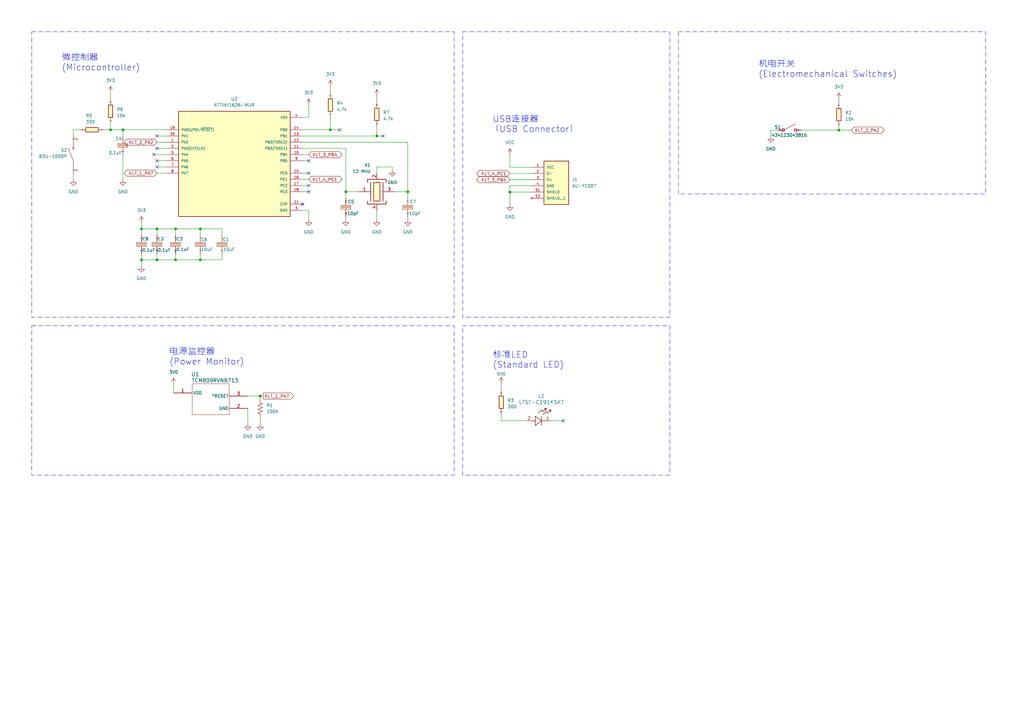
<source format=kicad_sch>
(kicad_sch (version 20231120) (generator eeschema)
  (paper "A3")
  (title_block (title "KLT_设计_1891296611015680002") (date "2025/02/17") (rev "0"))
  (lib_symbols
    (symbol "2024-07-15_06-27-23:TCM809RVNB713" (pin_names (offset 0.254))
      (property "Reference" "U1" (at 8.89 8.89 0))
      (property "Value" "TCM809RVNB713" (at 17.018 6.35 0))
      (symbol "TCM809RVNB713_0_1"
        (polyline (pts (xy 7.62 -7.62) (xy 22.86 -7.62)) (stroke (width 0.127)))
        (polyline (pts (xy 7.62 5.08) (xy 7.62 -7.62)) (stroke (width 0.127)))
        (polyline (pts (xy 22.86 -7.62) (xy 22.86 5.08)) (stroke (width 0.127)))
        (polyline (pts (xy 22.86 5.08) (xy 7.62 5.08)) (stroke (width 0.127)))
      )
      (symbol "TCM809RVNB713_1_1"
        (pin power_in line (at 0 1.27 0) (length 7.62) (name "VDD") (number "1"))
        (pin power_in line (at 30.48 -5.08 180) (length 7.62) (name "GND") (number "2"))
        (pin output line (at 30.48 0 180) (length 7.62) (name "*RESET") (number "3"))
      )
    )
    (symbol "Device:R_US" (pin_numbers hide) (pin_names (offset 0) hide)
      (property "Reference" "R" (at 2.54 0 90))
      (property "Value" "R_US" (at -2.54 0 90))
      (symbol "R_US_0_1"
        (polyline (pts (xy 0 -2.286) (xy 0 -2.54)))
        (polyline (pts (xy 0 2.286) (xy 0 2.54)))
        (polyline (pts (xy 0 -0.762) (xy 1.016 -1.143) (xy 0 -1.524) (xy -1.016 -1.905) (xy 0 -2.286)))
        (polyline (pts (xy 0 0.762) (xy 1.016 0.381) (xy 0 0) (xy -1.016 -0.381) (xy 0 -0.762)))
        (polyline (pts (xy 0 2.286) (xy 1.016 1.905) (xy 0 1.524) (xy -1.016 1.143) (xy 0 0.762)))
      )
      (symbol "R_US_1_1"
        (pin passive line (at 0 3.81 270) (length 1.27) (name "~") (number "1"))
        (pin passive line (at 0 -3.81 90) (length 1.27) (name "~") (number "2"))
      )
    )
    (symbol "power:VDD" (power) (pin_numbers hide) (pin_names (offset 0) hide)
      (property "Reference" "#PWR" (at 0 -3.81 0))
      (property "Value" "VDD" (at 0 3.556 0))
      (symbol "VDD_0_1"
        (polyline (pts (xy -0.762 1.27) (xy 0 2.54)))
        (polyline (pts (xy 0 0) (xy 0 2.54)))
        (polyline (pts (xy 0 2.54) (xy 0.762 1.27)))
      )
      (symbol "VDD_1_1"
        (pin power_in line (at 0 0 90) (length 0) (name "~") (number "1"))
      )
    )
    (symbol "6c112edf5c2d4d10bfe3ca6e33341e27" (pin_names (offset 0))
      (symbol "6c112edf5c2d4d10bfe3ca6e33341e27_0_1"
        (circle (center -2.54 0) (radius 0.568) (stroke (width 0.254)))
        (polyline (pts (xy -2.54 0) (xy 2.54 -2.54)) (stroke (width 0.1524)))
        (circle (center 2.54 0) (radius 0.568) (stroke (width 0.254)))
      )
      (symbol "6c112edf5c2d4d10bfe3ca6e33341e27_1_1"
        (pin bidirectional line (at -5.08 0 0) (length 2.54) (name "P$1") (number "1"))
        (pin bidirectional line (at 5.08 0 180) (length 2.54) (name "P$2") (number "2"))
      )
    )
    (symbol "VCC_1" (power) (pin_names (offset 0))
      (property "Reference" "#PWR" (at 0 -3.81 0))
      (property "Value" "VCC" (at 0 3.81 0))
      (symbol "VCC_1_0_1"
        (polyline (pts (xy -0.762 1.27) (xy 0 2.54)))
        (polyline (pts (xy 0 0) (xy 0 2.54)))
        (polyline (pts (xy 0 2.54) (xy 0.762 1.27)))
      )
      (symbol "VCC_1_1_1"
        (pin power_in line (at 0 0 90) (length 0) hide (name "VCC") (number "1"))
      )
    )
    (symbol "afa06a090c844f22a45f73d0e379dc56" (pin_names (offset 0))
      (symbol "afa06a090c844f22a45f73d0e379dc56_0_1"
        (polyline (pts (xy -0.889 -2.54) (xy 0.889 -2.54) (xy 0.889 -2.54) (xy 0.889 2.54) (xy 0.889 2.54) (xy -0.889 2.54) (xy -0.889 2.54) (xy -0.889 -2.54)) (stroke (width 0.254)) (fill (type background)))
      )
      (symbol "afa06a090c844f22a45f73d0e379dc56_1_1"
        (pin bidirectional line (at 0 5.08 270) (length 2.54) (name "1") (number "1"))
        (pin bidirectional line (at 0 -5.08 90) (length 2.54) (name "2") (number "2"))
      )
    )
    (symbol "2024-07-24_02-14-48:LTST-C191KSKT" (pin_names (offset 0.254))
      (property "Reference" "LED" (at 5.08 -4.445 0))
      (property "Value" "LTST-C191KSKT" (at 5.08 -7.62 0))
      (symbol "LTST-C191KSKT_1_1"
        (polyline (pts (xy 2.54 0) (xy 3.4798 0)) (stroke (width 0.2032)))
        (polyline (pts (xy 3.175 0) (xy 3.81 0)) (stroke (width 0.2032)))
        (polyline (pts (xy 3.81 -1.905) (xy 6.35 0)) (stroke (width 0.2032)))
        (polyline (pts (xy 3.81 1.905) (xy 3.81 -1.905)) (stroke (width 0.2032)))
        (polyline (pts (xy 5.08 3.175) (xy 6.35 4.445)) (stroke (width 0.2032)))
        (polyline (pts (xy 6.35 -1.905) (xy 6.35 1.905)) (stroke (width 0.2032)))
        (polyline (pts (xy 6.35 0) (xy 3.81 1.905)) (stroke (width 0.2032)))
        (polyline (pts (xy 6.35 0) (xy 7.62 0)) (stroke (width 0.2032)))
        (polyline (pts (xy 6.35 4.445) (xy 6.985 3.81)) (stroke (width 0.2032)))
        (polyline (pts (xy 6.985 2.54) (xy 8.255 3.81)) (stroke (width 0.2032)))
        (polyline (pts (xy 6.985 3.81) (xy 8.255 5.08)) (stroke (width 0.2032)))
        (polyline (pts (xy 7.62 5.08) (xy 8.255 4.445)) (stroke (width 0.2032)))
        (polyline (pts (xy 8.255 3.81) (xy 8.89 3.175)) (stroke (width 0.2032)))
        (polyline (pts (xy 8.255 4.445) (xy 8.255 5.08)) (stroke (width 0.2032)))
        (polyline (pts (xy 8.255 5.08) (xy 7.62 5.08)) (stroke (width 0.2032)))
        (polyline (pts (xy 8.89 3.175) (xy 10.16 4.445)) (stroke (width 0.2032)))
        (polyline (pts (xy 9.525 4.445) (xy 10.16 3.81)) (stroke (width 0.2032)))
        (polyline (pts (xy 10.16 3.81) (xy 10.16 4.445)) (stroke (width 0.2032)))
        (polyline (pts (xy 10.16 4.445) (xy 9.525 4.445)) (stroke (width 0.2032)))
        (pin unspecified line (at 10.16 0 180) (length 2.54) (name "") (number "1"))
        (pin unspecified line (at 0 0 0) (length 2.54) (name "") (number "2"))
      )
      (symbol "LTST-C191KSKT_1_2"
        (polyline (pts (xy -5.08 7.62) (xy -4.445 8.255)) (stroke (width 0.2032)))
        (polyline (pts (xy -5.08 8.255) (xy -5.08 7.62)) (stroke (width 0.2032)))
        (polyline (pts (xy -4.445 6.35) (xy -3.81 6.985)) (stroke (width 0.2032)))
        (polyline (pts (xy -4.445 8.255) (xy -5.08 8.255)) (stroke (width 0.2032)))
        (polyline (pts (xy -4.445 9.525) (xy -3.81 10.16)) (stroke (width 0.2032)))
        (polyline (pts (xy -4.445 10.16) (xy -4.445 9.525)) (stroke (width 0.2032)))
        (polyline (pts (xy -3.81 6.985) (xy -5.08 8.255)) (stroke (width 0.2032)))
        (polyline (pts (xy -3.81 8.255) (xy -3.175 8.89)) (stroke (width 0.2032)))
        (polyline (pts (xy -3.81 10.16) (xy -4.445 10.16)) (stroke (width 0.2032)))
        (polyline (pts (xy -3.175 5.08) (xy -4.445 6.35)) (stroke (width 0.2032)))
        (polyline (pts (xy -3.175 8.89) (xy -4.445 10.16)) (stroke (width 0.2032)))
        (polyline (pts (xy -2.54 6.985) (xy -3.81 8.255)) (stroke (width 0.2032)))
        (polyline (pts (xy -1.905 3.81) (xy 1.905 3.81)) (stroke (width 0.2032)))
        (polyline (pts (xy 0 2.54) (xy 0 3.4798)) (stroke (width 0.2032)))
        (polyline (pts (xy 0 3.175) (xy 0 3.81)) (stroke (width 0.2032)))
        (polyline (pts (xy 0 6.35) (xy -1.905 3.81)) (stroke (width 0.2032)))
        (polyline (pts (xy 0 6.35) (xy 0 7.62)) (stroke (width 0.2032)))
        (polyline (pts (xy 1.905 3.81) (xy 0 6.35)) (stroke (width 0.2032)))
        (polyline (pts (xy 1.905 6.35) (xy -1.905 6.35)) (stroke (width 0.2032)))
        (pin unspecified line (at 0 10.16 270) (length 2.54) (name "") (number "1"))
        (pin unspecified line (at 0 0 90) (length 2.54) (name "") (number "2"))
      )
    )
    (symbol "dddccab79a8e42babc2b4fe9f24879e9" (pin_names (offset 0))
      (symbol "dddccab79a8e42babc2b4fe9f24879e9_0_1"
        (polyline (pts (xy -0.889 -2.54) (xy 0.889 -2.54) (xy 0.889 -2.54) (xy 0.889 2.54) (xy 0.889 2.54) (xy -0.889 2.54) (xy -0.889 2.54) (xy -0.889 -2.54)) (stroke (width 0.254)) (fill (type background)))
      )
      (symbol "dddccab79a8e42babc2b4fe9f24879e9_1_1"
        (pin bidirectional line (at 0 5.08 270) (length 2.54) (name "1") (number "1"))
        (pin bidirectional line (at 0 -5.08 90) (length 2.54) (name "2") (number "2"))
      )
    )
    (symbol "New_Library_0:AU-Y1007" (pin_names (offset 1.016))
      (property "Reference" "J" (at -5.08 8.128 0))
      (property "Value" "AU-Y1007" (at -5.08 -12.7 0))
      (symbol "AU-Y1007_0_0"
        (rectangle (start -5.08 -10.16) (end 5.08 7.62) (stroke (width 0.254)) (fill (type background)))
        (pin power_in line (at -10.16 5.08 0) (length 5.08) (name "VCC") (number "1"))
        (pin bidirectional line (at -10.16 2.54 0) (length 5.08) (name "D-") (number "2"))
        (pin bidirectional line (at -10.16 0 0) (length 5.08) (name "D+") (number "3"))
        (pin power_in line (at -10.16 -2.54 0) (length 5.08) (name "GND") (number "4"))
        (pin power_in line (at -10.16 -5.08 0) (length 5.08) (name "SHIELD") (number "S1"))
      )
      (symbol "AU-Y1007_1_0"
        (pin no_connect line (at -10.16 -7.62 0) (length 5.08) (name "SHIELD__1") (number "S2"))
      )
    )
    (symbol "1fadee450cc942d7bc66953f4de7de40" (pin_names (offset 0))
      (symbol "1fadee450cc942d7bc66953f4de7de40_0_1"
        (polyline (pts (xy -2.54 0) (xy -5.08 0)) (stroke (width 0.1524)))
        (polyline (pts (xy -2.54 0) (xy 2.794 -2.1336)) (stroke (width 0.1524)))
        (polyline (pts (xy 5.08 0) (xy 2.921 0)) (stroke (width 0.1524)))
        (circle (center 2.54 0) (radius 0.3302) (stroke (width 0.1524)))
      )
      (symbol "1fadee450cc942d7bc66953f4de7de40_1_1"
        (pin bidirectional line (at -7.62 0 0) (length 2.54) (name "1") (number "1"))
        (pin bidirectional line (at 7.62 0 180) (length 2.54) (name "2") (number "2"))
      )
    )
    (symbol "59d8dd5d3684403883a6edf3276d16f2" (pin_names (offset 0))
      (symbol "59d8dd5d3684403883a6edf3276d16f2_0_1"
        (polyline (pts (xy -0.889 -2.54) (xy 0.889 -2.54) (xy 0.889 -2.54) (xy 0.889 2.54) (xy 0.889 2.54) (xy -0.889 2.54) (xy -0.889 2.54) (xy -0.889 -2.54)) (stroke (width 0.254)) (fill (type background)))
      )
      (symbol "59d8dd5d3684403883a6edf3276d16f2_1_1"
        (pin bidirectional line (at 0 5.08 270) (length 2.54) (name "1") (number "1"))
        (pin bidirectional line (at 0 -5.08 90) (length 2.54) (name "2") (number "2"))
      )
    )
    (symbol "5b03a4e39cdd44388ac81e5147c6d544" (pin_names (offset 0))
      (symbol "5b03a4e39cdd44388ac81e5147c6d544_0_1"
        (polyline (pts (xy -0.889 -2.54) (xy 0.889 -2.54) (xy 0.889 -2.54) (xy 0.889 2.54) (xy 0.889 2.54) (xy -0.889 2.54) (xy -0.889 2.54) (xy -0.889 -2.54)) (stroke (width 0.254)) (fill (type background)))
      )
      (symbol "5b03a4e39cdd44388ac81e5147c6d544_1_1"
        (pin bidirectional line (at 0 5.08 270) (length 2.54) (name "1") (number "1"))
        (pin bidirectional line (at 0 -5.08 90) (length 2.54) (name "2") (number "2"))
      )
    )
    (symbol "85d13148a64c4414bd71c9d86d11548f" (pin_names (offset 0))
      (symbol "85d13148a64c4414bd71c9d86d11548f_0_1"
        (polyline (pts (xy 0 0) (xy 0 0.508)) (stroke (width 0.1524)))
        (polyline (pts (xy 0 2.54) (xy 0 2.032)) (stroke (width 0.1524)))
        (polyline (pts (xy -2.032 1.016) (xy -2.032 0.508) (xy -2.032 0.508) (xy 2.032 0.508) (xy 2.032 0.508) (xy 2.032 1.016) (xy 2.032 1.016) (xy -2.032 1.016)) (fill (type background)))
        (polyline (pts (xy -2.032 2.032) (xy -2.032 1.524) (xy -2.032 1.524) (xy 2.032 1.524) (xy 2.032 1.524) (xy 2.032 2.032) (xy 2.032 2.032) (xy -2.032 2.032)) (fill (type background)))
      )
      (symbol "85d13148a64c4414bd71c9d86d11548f_1_1"
        (pin bidirectional line (at 0 -2.54 90) (length 2.54) (name "1") (number "1"))
        (pin bidirectional line (at 0 5.08 270) (length 2.54) (name "2") (number "2"))
      )
    )
    (symbol "ATTINY1626_MUR:ATTINY1626-MUR" (pin_names (offset 1.016))
      (property "Reference" "U2" (at 0 25.4 0))
      (property "Value" "ATTINY1626-MUR" (at 0 22.86 0))
      (symbol "ATTINY1626-MUR_0_0"
        (rectangle (start -22.86 20.32) (end 22.86 -22.86) (stroke (width 0.254)) (fill (type background)))
        (pin bidirectional line (at -27.94 7.62 0) (length 5.08) (name "PA2") (number "1"))
        (pin bidirectional line (at 27.94 2.54 180) (length 5.08) (name "PB4") (number "10"))
        (pin bidirectional line (at 27.94 5.08 180) (length 5.08) (name "PB3(TOSC1)") (number "11"))
        (pin bidirectional line (at 27.94 7.62 180) (length 5.08) (name "PB2(TOSC2)") (number "12"))
        (pin bidirectional line (at 27.94 10.16 180) (length 5.08) (name "PB1") (number "13"))
        (pin bidirectional line (at 27.94 12.7 180) (length 5.08) (name "PB0") (number "14"))
        (pin bidirectional line (at 27.94 -5.08 180) (length 5.08) (name "PC0") (number "15"))
        (pin bidirectional line (at 27.94 -7.62 180) (length 5.08) (name "PC1") (number "16"))
        (pin bidirectional line (at 27.94 -10.16 180) (length 5.08) (name "PC2") (number "17"))
        (pin bidirectional line (at 27.94 -12.7 180) (length 5.08) (name "PC3") (number "18"))
        (pin bidirectional line (at -27.94 12.7 0) (length 5.08) (name "PA0(UPDI/~{RESET})") (number "19"))
        (pin input line (at -27.94 5.08 0) (length 5.08) (name "PA3(EXTCLK)") (number "2"))
        (pin bidirectional line (at -27.94 10.16 0) (length 5.08) (name "PA1") (number "20"))
        (pin power_in line (at 27.94 -20.32 180) (length 5.08) (name "GND") (number "3"))
        (pin power_in line (at 27.94 17.78 180) (length 5.08) (name "VDD") (number "4"))
        (pin bidirectional line (at -27.94 2.54 0) (length 5.08) (name "PA4") (number "5"))
        (pin bidirectional line (at -27.94 0 0) (length 5.08) (name "PA5") (number "6"))
        (pin bidirectional line (at -27.94 -2.54 0) (length 5.08) (name "PA6") (number "7"))
        (pin bidirectional line (at -27.94 -5.08 0) (length 5.08) (name "PA7") (number "8"))
        (pin bidirectional line (at 27.94 0 180) (length 5.08) (name "PB5") (number "9"))
      )
      (symbol "ATTINY1626-MUR_1_0"
        (pin no_connect line (at 27.94 -17.78 180) (length 5.08) (name "EXP") (number "21"))
      )
    )
    (symbol "GND_2" (power) (pin_names (offset 0))
      (property "Reference" "#PWR" (at 0 -6.35 0))
      (property "Value" "GND" (at 0 -3.81 0))
      (symbol "GND_2_0_1"
        (polyline (pts (xy 0 0) (xy 0 -1.27) (xy 1.27 -1.27) (xy 0 -2.54) (xy -1.27 -1.27) (xy 0 -1.27)))
      )
      (symbol "GND_2_1_1"
        (pin power_in line (at 0 0 270) (length 0) hide (name "GND") (number "1"))
      )
    )
    (symbol "VCC_1" (power) (pin_names (offset 0))
      (property "Reference" "#PWR" (at 0 -3.81 0))
      (property "Value" "VCC" (at 0 3.81 0))
      (symbol "VCC_1_0_1"
        (polyline (pts (xy -0.762 1.27) (xy 0 2.54)))
        (polyline (pts (xy 0 0) (xy 0 2.54)))
        (polyline (pts (xy 0 2.54) (xy 0.762 1.27)))
      )
      (symbol "VCC_1_1_1"
        (pin power_in line (at 0 0 90) (length 0) hide (name "VCC") (number "1"))
      )
    )
    (symbol "c53637bb522b453aa2a10ba5991595a2" (pin_names (offset 1.016))
      (symbol "c53637bb522b453aa2a10ba5991595a2_0_1"
        (polyline (pts (xy -5.08 -3.81) (xy -5.08 3.81)) (stroke (width 0.254)))
        (polyline (pts (xy -5.08 3.81) (xy -3.81 3.81)) (stroke (width 0.254)))
        (polyline (pts (xy -3.81 -3.81) (xy -5.08 -3.81)) (stroke (width 0.254)))
        (polyline (pts (xy -3.81 -2.54) (xy 3.81 -2.54)) (stroke (width 0.254)))
        (polyline (pts (xy -3.81 2.54) (xy 3.81 2.54)) (stroke (width 0.254)))
        (polyline (pts (xy 3.81 -3.81) (xy 5.08 -3.81)) (stroke (width 0.254)))
        (polyline (pts (xy 5.08 -3.81) (xy 5.08 3.81)) (stroke (width 0.254)))
        (polyline (pts (xy 5.08 3.81) (xy 3.81 3.81)) (stroke (width 0.254)))
        (polyline (pts (xy 3.81 1.27) (xy 3.81 -1.27) (xy 3.81 -1.27) (xy -3.81 -1.27) (xy -3.81 -1.27) (xy -3.81 1.27) (xy -3.81 1.27) (xy 3.81 1.27)) (stroke (width 0.254)) (fill (type background)))
      )
      (symbol "c53637bb522b453aa2a10ba5991595a2_1_1"
        (pin bidirectional line (at 0 -7.62 90) (length 5.08) (name "IN/OUT") (number "1"))
        (pin bidirectional line (at 7.62 0 180) (length 2.54) (name "GND_1") (number "2"))
        (pin bidirectional line (at 0 7.62 270) (length 5.08) (name "OUT/IN") (number "3"))
        (pin bidirectional line (at -7.62 0 0) (length 2.54) (name "GND_2") (number "4"))
      )
    )
    (symbol "c67428543f594619a0dd718329961ce6" (pin_names (offset 0))
      (symbol "c67428543f594619a0dd718329961ce6_0_1"
        (polyline (pts (xy -0.889 -2.54) (xy 0.889 -2.54) (xy 0.889 -2.54) (xy 0.889 2.54) (xy 0.889 2.54) (xy -0.889 2.54) (xy -0.889 2.54) (xy -0.889 -2.54)) (stroke (width 0.254)) (fill (type background)))
      )
      (symbol "c67428543f594619a0dd718329961ce6_1_1"
        (pin bidirectional line (at 0 5.08 270) (length 2.54) (name "1") (number "1"))
        (pin bidirectional line (at 0 -5.08 90) (length 2.54) (name "2") (number "2"))
      )
    )
    (symbol "d2e61be6e8d5431b80327900143beec2" (pin_names (offset 0))
      (symbol "d2e61be6e8d5431b80327900143beec2_0_1"
        (polyline (pts (xy 0 0) (xy 0 0.508)) (stroke (width 0.1524)))
        (polyline (pts (xy 0 2.54) (xy 0 2.032)) (stroke (width 0.1524)))
        (polyline (pts (xy -2.032 1.016) (xy -2.032 0.508) (xy -2.032 0.508) (xy 2.032 0.508) (xy 2.032 0.508) (xy 2.032 1.016) (xy 2.032 1.016) (xy -2.032 1.016)) (fill (type background)))
        (polyline (pts (xy -2.032 2.032) (xy -2.032 1.524) (xy -2.032 1.524) (xy 2.032 1.524) (xy 2.032 1.524) (xy 2.032 2.032) (xy 2.032 2.032) (xy -2.032 2.032)) (fill (type background)))
      )
      (symbol "d2e61be6e8d5431b80327900143beec2_1_1"
        (pin bidirectional line (at 0 -2.54 90) (length 2.54) (name "1") (number "1"))
        (pin bidirectional line (at 0 5.08 270) (length 2.54) (name "2") (number "2"))
      )
    )
    (symbol "d679d6ad08804ffe98034658b412e359" (pin_names (offset 0))
      (symbol "d679d6ad08804ffe98034658b412e359_0_1"
        (polyline (pts (xy 0 0) (xy 0 0.508)) (stroke (width 0.1524)))
        (polyline (pts (xy 0 2.54) (xy 0 2.032)) (stroke (width 0.1524)))
        (polyline (pts (xy -2.032 1.016) (xy -2.032 0.508) (xy -2.032 0.508) (xy 2.032 0.508) (xy 2.032 0.508) (xy 2.032 1.016) (xy 2.032 1.016) (xy -2.032 1.016)) (fill (type background)))
        (polyline (pts (xy -2.032 2.032) (xy -2.032 1.524) (xy -2.032 1.524) (xy 2.032 1.524) (xy 2.032 1.524) (xy 2.032 2.032) (xy 2.032 2.032) (xy -2.032 2.032)) (fill (type background)))
      )
      (symbol "d679d6ad08804ffe98034658b412e359_1_1"
        (pin bidirectional line (at 0 -2.54 90) (length 2.54) (name "1") (number "1"))
        (pin bidirectional line (at 0 5.08 270) (length 2.54) (name "2") (number "2"))
      )
    )
    (symbol "power:VCC" (power) (pin_names (offset 0))
      (property "Reference" "#PWR" (at 0 -3.81 0))
      (property "Value" "VCC" (at 0 3.81 0))
      (property "Description" "Power symbol creates a global label with name \"VCC\"" (at 0 0 0))
      (property "ki_keywords" "global power" (at 0 0 0))
      (symbol "VCC_0_1"
        (polyline (pts (xy -0.762 1.27) (xy 0 2.54)))
        (polyline (pts (xy 0 0) (xy 0 2.54)))
        (polyline (pts (xy 0 2.54) (xy 0.762 1.27)))
      )
      (symbol "VCC_1_1"
        (pin power_in line (at 0 0 90) (length 0) hide (name "VCC") (number "1"))
      )
    )
    (symbol "power:GND" (power) (pin_names (offset 0))
      (property "Reference" "#PWR" (at 0 -6.35 0))
      (property "Value" "GND" (at 0 -3.81 0))
      (property "Description" "Power symbol creates a global label with name \"GND\" , ground" (at 0 0 0))
      (property "ki_keywords" "global power" (at 0 0 0))
      (symbol "GND_0_1"
        (polyline (pts (xy 0 0) (xy 0 -1.27) (xy 1.27 -1.27) (xy 0 -2.54) (xy -1.27 -1.27) (xy 0 -1.27)))
      )
      (symbol "GND_1_1"
        (pin power_in line (at 0 0 270) (length 0) hide (name "GND") (number "1"))
      )
    )
  )
  (junction (at 106.73599999999999 162.434))
  (junction (at 344.0679999999999 53.36899999999999))
  (junction (at 209.13800000000003 78.769))
  (junction (at 82.166 93.882))
  (junction (at 45.336 53.242))
  (junction (at 154.556 55.782000000000004))
  (junction (at 72.006 106.582))
  (junction (at 58.036 106.582))
  (junction (at 82.166 106.582))
  (junction (at 50.416 53.242))
  (junction (at 135.506 53.242))
  (junction (at 64.386 106.582))
  (junction (at 167.256 78.642))
  (junction (at 64.386 93.882))
  (junction (at 72.006 93.882))
  (junction (at 141.856 78.642))
  (junction (at 58.036 93.882))
  (no_connect (at 230.98200000000003 172.594))
  (no_connect (at 124.076 83.72200000000001))
  (no_connect (at 126.61599999999999 76.102))
  (no_connect (at 126.61599999999999 78.642))
  (no_connect (at 64.386 65.94200000000001))
  (no_connect (at 64.386 55.782000000000004))
  (no_connect (at 63.116 63.402))
  (no_connect (at 139.316 53.242))
  (no_connect (at 126.61599999999999 65.94200000000001))
  (no_connect (at 64.386 68.482))
  (no_connect (at 126.61599999999999 71.02199999999999))
  (no_connect (at 157.096 55.782000000000004))
  (no_connect (at 64.386 60.862))
  (wire (pts (xy 71.17599999999999 157.6588) (xy 71.17599999999999 161.16400000000002)))
  (wire (pts (xy 101.65599999999999 167.514) (xy 101.65599999999999 173.864)))
  (wire (pts (xy 106.73599999999999 162.434) (xy 108.006 162.434)))
  (wire (pts (xy 106.73599999999999 171.324) (xy 106.73599999999999 173.864)))
  (wire (pts (xy 101.65599999999999 162.434) (xy 106.73599999999999 162.434)))
  (wire (pts (xy 106.73599999999999 162.434) (xy 106.73599999999999 163.704)))
  (wire (pts (xy 318.66799999999995 53.36899999999999) (xy 316.12799999999993 53.36899999999999)) (stroke (width 0.1524)))
  (wire (pts (xy 344.0679999999999 53.36899999999999) (xy 349.1479999999999 53.36899999999999)) (stroke (width 0.1524)))
  (wire (pts (xy 344.0679999999999 52.09899999999999) (xy 344.0679999999999 53.36899999999999)) (stroke (width 0.1524)))
  (wire (pts (xy 316.12799999999993 53.36899999999999) (xy 316.12799999999993 55.90899999999999)) (stroke (width 0.1524)))
  (wire (pts (xy 328.8279999999999 53.36899999999999) (xy 344.0679999999999 53.36899999999999)) (stroke (width 0.1524)))
  (wire (pts (xy 344.0679999999999 41.93899999999999) (xy 344.0679999999999 40.66899999999999)) (stroke (width 0.1524)))
  (wire (pts (xy 205.58200000000002 170.054) (xy 205.58200000000002 172.594)) (stroke (width 0.1524)))
  (wire (pts (xy 205.58200000000002 157.354) (xy 205.58200000000002 159.894)) (stroke (width 0.1524)))
  (wire (pts (xy 225.90200000000002 172.594) (xy 230.98200000000003 172.594)))
  (wire (pts (xy 205.58200000000002 172.594) (xy 215.74200000000002 172.594)) (stroke (width 0.1524)))
  (wire (pts (xy 209.13800000000003 63.52900000000001) (xy 209.13800000000003 68.60900000000001)))
  (wire (pts (xy 209.13800000000003 73.68900000000002) (xy 218.02800000000002 73.68900000000002)))
  (wire (pts (xy 209.13800000000003 78.769) (xy 218.02800000000002 78.769)))
  (wire (pts (xy 209.13800000000003 68.60900000000001) (xy 218.02800000000002 68.60900000000001)))
  (wire (pts (xy 209.13800000000003 71.149) (xy 218.02800000000002 71.149)))
  (wire (pts (xy 209.13800000000003 78.769) (xy 209.13800000000003 83.84900000000002)))
  (wire (pts (xy 209.13800000000003 76.22900000000001) (xy 209.13800000000003 78.769)))
  (wire (pts (xy 218.02800000000002 76.22900000000001) (xy 209.13800000000003 76.22900000000001)))
  (wire (pts (xy 135.506 48.162) (xy 135.506 53.242)) (stroke (width 0.1524)))
  (wire (pts (xy 126.61599999999999 71.02199999999999) (xy 124.076 71.02199999999999)))
  (wire (pts (xy 167.256 88.80199999999999) (xy 167.256 90.072)) (stroke (width 0.1524)))
  (wire (pts (xy 126.61599999999999 76.102) (xy 124.076 76.102)))
  (wire (pts (xy 58.036 93.882) (xy 64.386 93.882)) (stroke (width 0.1524)))
  (wire (pts (xy 58.036 96.422) (xy 58.036 93.882)) (stroke (width 0.1524)))
  (wire (pts (xy 72.006 104.042) (xy 72.006 106.582)) (stroke (width 0.1524)))
  (wire (pts (xy 72.006 106.582) (xy 82.166 106.582)) (stroke (width 0.1524)))
  (wire (pts (xy 154.556 51.972) (xy 154.556 55.782000000000004)))
  (wire (pts (xy 58.036 106.582) (xy 58.036 109.12200000000001)) (stroke (width 0.1524)))
  (wire (pts (xy 50.416 53.242) (xy 68.196 53.242)))
  (wire (pts (xy 82.166 106.582) (xy 91.05600000000001 106.582)) (stroke (width 0.1524)))
  (wire (pts (xy 45.336 53.242) (xy 45.336 50.702)) (stroke (width 0.1524)))
  (wire (pts (xy 42.796 53.242) (xy 45.336 53.242)) (stroke (width 0.1524)))
  (wire (pts (xy 124.076 55.782000000000004) (xy 154.556 55.782000000000004)))
  (wire (pts (xy 58.036 93.882) (xy 58.036 91.34200000000001)) (stroke (width 0.1524)))
  (wire (pts (xy 135.506 53.242) (xy 139.316 53.242)) (stroke (width 0.1524)))
  (wire (pts (xy 82.166 104.042) (xy 82.166 106.582)) (stroke (width 0.1524)))
  (wire (pts (xy 64.386 104.042) (xy 64.386 106.582)) (stroke (width 0.1524)))
  (wire (pts (xy 126.61599999999999 78.642) (xy 124.076 78.642)))
  (wire (pts (xy 124.076 60.862) (xy 141.856 60.862)))
  (wire (pts (xy 64.386 58.322) (xy 68.196 58.322)))
  (wire (pts (xy 154.556 68.482) (xy 160.906 68.482)) (stroke (width 0.1524)))
  (wire (pts (xy 45.336 40.542) (xy 45.336 38.002)) (stroke (width 0.1524)))
  (wire (pts (xy 135.506 35.462) (xy 135.506 38.002)) (stroke (width 0.1524)))
  (wire (pts (xy 64.386 71.02199999999999) (xy 68.196 71.02199999999999)))
  (wire (pts (xy 64.386 68.482) (xy 68.196 68.482)))
  (wire (pts (xy 91.05600000000001 104.042) (xy 91.05600000000001 106.582)) (stroke (width 0.1524)))
  (wire (pts (xy 141.856 78.642) (xy 146.936 78.642)) (stroke (width 0.1524)))
  (wire (pts (xy 124.076 53.242) (xy 131.696 53.242)))
  (wire (pts (xy 154.556 86.262) (xy 154.556 90.072)) (stroke (width 0.1524)))
  (wire (pts (xy 50.416 53.242) (xy 50.416 55.782000000000004)) (stroke (width 0.1524)))
  (wire (pts (xy 167.256 78.642) (xy 167.256 81.18199999999999)) (stroke (width 0.1524)))
  (wire (pts (xy 64.386 106.582) (xy 72.006 106.582)) (stroke (width 0.1524)))
  (wire (pts (xy 124.076 58.322) (xy 167.256 58.322)))
  (wire (pts (xy 126.61599999999999 63.402) (xy 124.076 63.402)))
  (wire (pts (xy 154.556 68.482) (xy 154.556 71.02199999999999)) (stroke (width 0.1524)))
  (wire (pts (xy 63.116 63.402) (xy 68.196 63.402)))
  (wire (pts (xy 126.61599999999999 48.162) (xy 126.61599999999999 43.082)))
  (wire (pts (xy 141.856 88.80199999999999) (xy 141.856 90.072)) (stroke (width 0.1524)))
  (wire (pts (xy 91.05600000000001 96.422) (xy 91.05600000000001 93.882)) (stroke (width 0.1524)))
  (wire (pts (xy 131.696 53.242) (xy 135.506 53.242)) (stroke (width 0.1524)))
  (wire (pts (xy 162.17600000000002 78.642) (xy 167.256 78.642)) (stroke (width 0.1524)))
  (wire (pts (xy 154.556 41.812) (xy 154.556 39.272)) (stroke (width 0.1524)))
  (wire (pts (xy 141.856 81.18199999999999) (xy 141.856 78.642)) (stroke (width 0.1524)))
  (wire (pts (xy 58.036 104.042) (xy 58.036 106.582)) (stroke (width 0.1524)))
  (wire (pts (xy 82.166 93.882) (xy 91.05600000000001 93.882)) (stroke (width 0.1524)))
  (wire (pts (xy 141.856 60.862) (xy 141.856 62.132)))
  (wire (pts (xy 124.076 86.262) (xy 126.61599999999999 86.262)))
  (wire (pts (xy 124.076 48.162) (xy 126.61599999999999 48.162)))
  (wire (pts (xy 30.096 71.02199999999999) (xy 30.096 73.56200000000001)) (stroke (width 0.1524)))
  (wire (pts (xy 64.386 96.422) (xy 64.386 93.882)) (stroke (width 0.1524)))
  (wire (pts (xy 160.906 68.482) (xy 160.906 69.75200000000001)) (stroke (width 0.1524)))
  (wire (pts (xy 82.166 96.422) (xy 82.166 93.882)) (stroke (width 0.1524)))
  (wire (pts (xy 64.386 55.782000000000004) (xy 68.196 55.782000000000004)))
  (wire (pts (xy 126.61599999999999 86.262) (xy 126.61599999999999 90.072)))
  (wire (pts (xy 72.006 93.882) (xy 82.166 93.882)) (stroke (width 0.1524)))
  (wire (pts (xy 58.036 106.582) (xy 64.386 106.582)) (stroke (width 0.1524)))
  (wire (pts (xy 50.416 63.402) (xy 50.416 73.56200000000001)) (stroke (width 0.1524)))
  (wire (pts (xy 167.256 78.642) (xy 167.256 59.592)) (stroke (width 0.1524)))
  (wire (pts (xy 126.61599999999999 73.56200000000001) (xy 124.076 73.56200000000001)))
  (wire (pts (xy 167.256 58.322) (xy 167.256 59.592)))
  (wire (pts (xy 126.61599999999999 65.94200000000001) (xy 124.076 65.94200000000001)))
  (wire (pts (xy 30.096 53.242) (xy 32.635999999999996 53.242)) (stroke (width 0.1524)))
  (wire (pts (xy 64.386 65.94200000000001) (xy 68.196 65.94200000000001)))
  (wire (pts (xy 141.856 78.642) (xy 141.856 62.132)) (stroke (width 0.1524)))
  (wire (pts (xy 64.386 93.882) (xy 72.006 93.882)) (stroke (width 0.1524)))
  (wire (pts (xy 30.096 55.782000000000004) (xy 30.096 53.242)) (stroke (width 0.1524)))
  (wire (pts (xy 64.386 60.862) (xy 68.196 60.862)))
  (wire (pts (xy 154.556 55.782000000000004) (xy 157.096 55.782000000000004)) (stroke (width 0.1524)))
  (wire (pts (xy 45.336 53.242) (xy 50.416 53.242)) (stroke (width 0.1524)))
  (wire (pts (xy 72.006 96.422) (xy 72.006 93.882)) (stroke (width 0.1524)))
  (rectangle (start 278.256 13.0) (end 404.29999999999995 79.576) (stroke (width 0) (type dash_dot)))
  (rectangle (start 13.0 13.0) (end 186.256 130.122) (stroke (width 0) (type dash_dot)))
  (rectangle (start 189.756 133.622) (end 274.756 194.864) (stroke (width 0) (type dash_dot)))
  (rectangle (start 189.756 13.0) (end 274.756 130.122) (stroke (width 0) (type dash_dot)))
  (rectangle (start 13.0 133.622) (end 186.256 194.864) (stroke (width 0) (type dash_dot)))
  (text "电源监控器\n(Power Monitor)" (at 69.398 146.43200000000002 0) (effects (font (size 2.54 2.54)) (justify left)))
  (text "机电开关\n(Electromechanical Switches)" (at 311.04799999999994 28.47699999999999 0) (effects (font (size 2.54 2.54)) (justify left)))
  (text "标准LED\n(Standard LED)" (at 202.026 147.702 0) (effects (font (size 2.54 2.54)) (justify left)))
  (text "USB连接器\n（USB Connector）" (at 202.026 51.08300000000001 0) (effects (font (size 2.54 2.54)) (justify left)))
  (text "微控制器\n(Microcontroller)" (at 25.27 25.81 0) (effects (font (size 2.54 2.54)) (justify left)))
  (global_label "KLT_1_PA7" (shape output) (at 108.006 162.434 0) (property "Intersheetrefs" "${INTERSHEET_REFS}" (at 116.7363 162.434 0) (effects (justify left))))
  (global_label "KLT_2_PA2" (shape bidirectional) (at 349.1479999999999 53.36899999999999 0) (property "Intersheetrefs" "${INTERSHEET_REFS}" (at 357.71979999999996 53.36899999999999 0) (effects (justify left))))
  (global_label "KLT_3_PB4" (shape bidirectional) (at 209.13800000000003 73.68900000000002 180) (property "Intersheetrefs" "${INTERSHEET_REFS}" (at 202.19910000000002 73.68900000000002 0) (effects (justify right))))
  (global_label "KLT_4_PC1" (shape bidirectional) (at 209.13800000000003 71.149 180) (property "Intersheetrefs" "${INTERSHEET_REFS}" (at 202.19910000000002 71.149 0) (effects (justify right))))
  (global_label "KLT_1_PA7" (shape bidirectional) (at 64.386 71.02199999999999 180) (property "Intersheetrefs" "${INTERSHEET_REFS}" (at 56.721399999999996 71.02199999999999 0) (effects (justify right))))
  (global_label "KLT_2_PA2" (shape bidirectional) (at 64.386 58.322 180) (property "Intersheetrefs" "${INTERSHEET_REFS}" (at 56.721399999999996 58.322 0) (effects (justify right))))
  (global_label "KLT_4_PC1" (shape bidirectional) (at 126.61599999999999 73.56200000000001 0) (property "Intersheetrefs" "${INTERSHEET_REFS}" (at 134.46200000000002 73.56200000000001 0) (effects (justify left))))
  (global_label "KLT_3_PB4" (shape bidirectional) (at 126.61599999999999 63.402 0) (property "Intersheetrefs" "${INTERSHEET_REFS}" (at 134.46200000000002 63.402 0) (effects (justify left))))
  (symbol (lib_id "power:VDD") (at 71.17599999999999 157.6588 0) (unit 1)
    (property "Reference" "#PWR01" (effects hide))
    (property "Value" "3V0" (at 71.17599999999999 152.5788 0))
    (property "Description" "Power symbol creates a global label with name \"VDD\"" (effects hide))
  )
  (symbol (lib_id "power:GND") (at 101.65599999999999 173.864 0) (unit 1)
    (property "Reference" "#PWR02" (effects hide))
    (property "Value" "GND" (at 101.65599999999999 178.94400000000002 0))
    (property "Description" "Power symbol creates a global label with name \"GND\" , ground" (effects hide))
  )
  (symbol (lib_id "power:GND") (at 106.73599999999999 173.864 0) (unit 1)
    (property "Reference" "#PWR03" (effects hide))
    (property "Value" "GND" (at 106.73599999999999 178.94400000000002 0))
    (property "Description" "Power symbol creates a global label with name \"GND\" , ground" (effects hide))
  )
  (symbol (lib_id "2024-07-15_06-27-23:TCM809RVNB713") (at 71.17599999999999 162.434 0) (unit 1)
    (property "Reference" "U1" (at 80.06599999999999 153.544 0) (effects (font (size 1.524 1.524))))
    (property "Value" "TCM809RVNB713" (at 88.19399999999999 156.084 0) (effects (font (size 1.524 1.524))))
    (property "Footprint" "TCM809:SOT-23_MC_MCH" (effects hide))
    (property "Datasheet" "TCM809RVNB713" (effects hide))
    (property "Manufacturers" "Microchip Technology" (effects hide))
  )
  (symbol (lib_id "Device:R_US") (at 106.73599999999999 167.514 0) (unit 1)
    (property "Reference" "R1" (at 109.276 166.2439 0) (effects (justify left)))
    (property "Value" "100K" (at 109.276 168.78390000000002 0) (effects (justify left)))
    (property "Footprint" "TCM809:R_0603_1608Metric" (effects hide))
    (property "Description" "Resistor, US symbol" (effects hide))
  )
  (symbol (lib_id "power:GND") (at 316.12799999999993 55.90899999999999 0) (unit 1)
    (property "Reference" "#PWR04" (effects hide))
    (property "Value" "GND" (at 316.12799999999993 60.98899999999999 0))
    (property "Description" "Power symbol creates a global label with name \"GND\" , ground" (effects hide))
  )
  (symbol (lib_id "afa06a090c844f22a45f73d0e379dc56") (at 344.0679999999999 47.01899999999999 0) (mirror x) (unit 1)
    (property "Reference" "R2" (at 346.60799999999995 47.01899999999999 0) (effects (justify left top)))
    (property "Value" "10k" (at 346.60799999999995 49.55899999999999 0) (effects (justify left top)))
    (property "Footprint" "434123043816:RC0402N_PAN" (effects hide))
  )
  (symbol (lib_id "6c112edf5c2d4d10bfe3ca6e33341e27") (at 323.74799999999993 53.36899999999999 0) (mirror x) (unit 1)
    (property "Reference" "S1" (at 317.65199999999993 52.86099999999999 0) (effects (justify left top)))
    (property "Value" "434123043816" (at 316.38199999999995 56.16299999999999 0) (effects (justify left top)))
    (property "Footprint" "434123043816:SW_25816_WRE" (effects hide))
    (property "Manufacturers" "Würth Elektronik" (effects hide))
  )
  (symbol (lib_name "VCC_1") (lib_id "power:VCC") (at 344.0679999999999 40.66899999999999 0) (unit 1)
    (property "Reference" "#PWR05" (effects hide))
    (property "Value" "3V3" (at 344.0679999999999 35.58899999999999 0))
    (property "Description" "Power symbol creates a global label with name \"VCC\"" (effects hide))
  )
  (symbol (lib_id "power:VCC") (at 205.58200000000002 157.354 0) (unit 1)
    (property "Reference" "#PWR06" (effects hide))
    (property "Value" "5V0" (at 205.58200000000002 153.354 0))
  )
  (symbol (lib_id "2024-07-24_02-14-48:LTST-C191KSKT") (at 215.74200000000002 172.594 0) (unit 1)
    (property "Reference" "L1" (at 222.092 162.434 0) (effects (font (size 1.524 1.524))))
    (property "Value" "LTST-C191KSKT" (at 222.092 164.974 0) (effects (font (size 1.524 1.524))))
    (property "Footprint" "LTST-C191KSKT:LED_LTST-C191KRKT_LTO" (effects hide))
    (property "Datasheet" "LTST-C191KSKT" (effects hide))
    (property "Manufacturers" "LITE-ON Technology(LITEON)" (effects hide))
  )
  (symbol (lib_id "dddccab79a8e42babc2b4fe9f24879e9") (at 205.58200000000002 164.974 0) (mirror x) (unit 1)
    (property "Reference" "R3" (at 208.122 164.974 0) (effects (justify left top)))
    (property "Value" "300" (at 208.122 167.514 0) (effects (justify left top)))
    (property "Footprint" "LTST-C191KSKT:R_0603_1608Metric" (effects hide))
  )
  (symbol (lib_id "New_Library_0:AU-Y1007") (at 228.18800000000002 73.68900000000002 0) (unit 1)
    (property "Reference" "J1" (at 234.538 73.68890000000002 0) (effects (justify left)))
    (property "Value" "AU-Y1007" (at 234.538 76.22890000000001 0) (effects (justify left)))
    (property "Footprint" "AU-Y1007:ASSMANN_AU-Y1007" (effects hide))
    (property "PARTREV" "01" (effects hide))
    (property "STANDARD" "Manufacturer Recommendations" (effects hide))
    (property "Manufacturers" "Assmann WSW Components" (effects hide))
  )
  (symbol (lib_id "power:GND") (at 209.13800000000003 83.84900000000002 0) (unit 1)
    (property "Reference" "#PWR07" (effects hide))
    (property "Value" "GND" (at 209.13800000000003 88.929 0))
    (property "Description" "Power symbol creates a global label with name \"GND\" , ground" (effects hide))
  )
  (symbol (lib_id "power:VCC") (at 209.13800000000003 63.52900000000001 0) (unit 1)
    (property "Reference" "#PWR08" (effects hide))
    (property "Value" "VCC" (at 209.13800000000003 58.44900000000001 0))
    (property "Description" "Power symbol creates a global label with name \"VCC\"" (effects hide))
  )
  (symbol (lib_id "d2e61be6e8d5431b80327900143beec2") (at 91.05600000000001 98.96199999999999 0) (mirror x) (unit 1)
    (property "Reference" "C1" (at 91.31 98.96199999999999 0) (effects (justify left top)))
    (property "Value" "10uF" (at 91.564 103.02600000000001 0) (effects (justify left top)))
    (property "Footprint" "ATTINY1626_MUR:C_0402_1005Metric" (effects hide))
  )
  (symbol (lib_name "VCC_1") (lib_id "power:VCC") (at 58.036 91.34200000000001 0) (unit 1)
    (property "Reference" "#PWR09" (effects hide))
    (property "Value" "3V3" (at 58.036 86.262 0))
    (property "Description" "Power symbol creates a global label with name \"VCC\"" (effects hide))
  )
  (symbol (lib_id "59d8dd5d3684403883a6edf3276d16f2") (at 135.506 43.082 0) (mirror x) (unit 1)
    (property "Reference" "R4" (at 138.046 43.082 0) (effects (justify left top)))
    (property "Value" "4.7k" (at 138.046 45.622 0) (effects (justify left top)))
    (property "Footprint" "ATTINY1626_MUR:R_0402_1005Metric" (effects hide))
  )
  (symbol (lib_id "d679d6ad08804ffe98034658b412e359") (at 64.386 98.96199999999999 0) (mirror x) (unit 1)
    (property "Reference" "C2" (at 64.64 98.708 0) (effects (justify left top)))
    (property "Value" "0.1uF" (at 64.64 103.28 0) (effects (justify left top)))
    (property "Footprint" "ATTINY1626_MUR:C_0402_1005Metric" (effects hide))
  )
  (symbol (lib_id "ATTINY1626_MUR:ATTINY1626-MUR") (at 96.136 65.94200000000001 0) (unit 1)
    (property "Reference" "U2" (at 96.136 40.542 0))
    (property "Value" "ATTINY1626-MUR" (at 96.136 43.082 0))
    (property "Footprint" "ATTINY1626_MUR:QFN40P300X300X90-21N" (effects hide))
    (property "PARTREV" "Rev.B" (effects hide))
    (property "STANDARD" "IPC 7351B" (effects hide))
    (property "MAXIMUM_PACKAGE_HEIGHT" "0.9 mm" (effects hide))
    (property "Manufacturers" "Microchip Technology(Microchip)" (effects hide))
  )
  (symbol (lib_name "GND_2") (lib_id "power:GND") (at 50.416 73.56200000000001 0) (unit 1)
    (property "Reference" "#PWR10" (effects hide))
    (property "Value" "GND" (at 50.416 78.642 0))
    (property "Description" "Power symbol creates a global label with name \"GND\" , ground" (effects hide))
  )
  (symbol (lib_name "GND_2") (lib_id "power:GND") (at 58.036 109.12200000000001 0) (unit 1)
    (property "Reference" "#PWR11" (effects hide))
    (property "Value" "GND" (at 58.036 114.202 0))
    (property "Description" "Power symbol creates a global label with name \"GND\" , ground" (effects hide))
  )
  (symbol (lib_id "d679d6ad08804ffe98034658b412e359") (at 72.006 98.96199999999999 0) (mirror x) (unit 1)
    (property "Reference" "C3" (at 72.25999999999999 98.708 0) (effects (justify left top)))
    (property "Value" "0.1uF" (at 72.25999999999999 103.02600000000001 0) (effects (justify left top)))
    (property "Footprint" "ATTINY1626_MUR:C_0402_1005Metric" (effects hide))
  )
  (symbol (lib_name "GND_2") (lib_id "power:GND") (at 141.856 90.072 0) (unit 1)
    (property "Reference" "#PWR12" (effects hide))
    (property "Value" "GND" (at 141.856 95.15199999999999 0))
    (property "Description" "Power symbol creates a global label with name \"GND\" , ground" (effects hide))
  )
  (symbol (lib_id "d679d6ad08804ffe98034658b412e359") (at 50.416 58.322 0) (mirror x) (unit 1)
    (property "Reference" "C4" (at 47.368 57.56 0) (effects (justify left top)))
    (property "Value" "0.1uF" (at 44.574 63.402 0) (effects (justify left top)))
    (property "Footprint" "ATTINY1626_MUR:C_0402_1005Metric" (effects hide))
  )
  (symbol (lib_id "1fadee450cc942d7bc66953f4de7de40") (at 30.096 63.402 270) (mirror x) (unit 1)
    (property "Reference" "S2" (at 27.555999999999997 60.862 90) (effects (justify right bottom)))
    (property "Value" "B3U-1000P" (at 27.555999999999997 63.402 90) (effects (justify right bottom)))
    (property "Footprint" "ATTINY1626_MUR:B3U-1000P" (effects hide))
  )
  (symbol (lib_name "VCC_1") (lib_id "power:VCC") (at 126.61599999999999 43.082 0) (unit 1)
    (property "Reference" "#PWR13" (effects hide))
    (property "Value" "3V3" (at 126.61599999999999 38.002 0))
    (property "Description" "Power symbol creates a global label with name \"VCC\"" (effects hide))
  )
  (symbol (lib_id "c53637bb522b453aa2a10ba5991595a2") (at 154.556 78.642 270) (mirror x) (unit 1)
    (property "Reference" "X1" (at 152.01600000000002 68.482 90) (effects (justify right top)))
    (property "Value" "12 MHz" (at 152.01600000000002 71.02199999999999 90) (effects (justify right top)))
    (property "Footprint" "ATTINY1626_MUR:ABM8G_12_000MHZ_B4Y_T" (effects hide))
    (property "Description" "ABM8G-12.000MHZ-B-4-Y-T" (effects hide))
  )
  (symbol (lib_id "85d13148a64c4414bd71c9d86d11548f") (at 141.856 83.72200000000001 0) (mirror x) (unit 1)
    (property "Reference" "C5" (at 142.618 83.46799999999999 0) (effects (justify left top)))
    (property "Value" "10pF" (at 142.364 88.29400000000001 0) (effects (justify left top)))
    (property "Footprint" "ATTINY1626_MUR:C_0402_1005Metric" (effects hide))
  )
  (symbol (lib_id "c67428543f594619a0dd718329961ce6") (at 37.716 53.242 270) (mirror x) (unit 1)
    (property "Reference" "R5" (at 35.176 48.162 90) (effects (justify left top)))
    (property "Value" "330" (at 35.176 50.702 90) (effects (justify left top)))
    (property "Footprint" "ATTINY1626_MUR:R_0402_1005Metric" (effects hide))
  )
  (symbol (lib_name "VCC_1") (lib_id "power:VCC") (at 154.556 39.272 0) (unit 1)
    (property "Reference" "#PWR14" (effects hide))
    (property "Value" "3V3" (at 154.556 34.192 0))
    (property "Description" "Power symbol creates a global label with name \"VCC\"" (effects hide))
  )
  (symbol (lib_name "GND_2") (lib_id "power:GND") (at 160.906 69.75200000000001 0) (unit 1)
    (property "Reference" "#PWR15" (effects hide))
    (property "Value" "GND" (at 160.906 74.832 0))
    (property "Description" "Power symbol creates a global label with name \"GND\" , ground" (effects hide))
  )
  (symbol (lib_name "GND_2") (lib_id "power:GND") (at 154.556 90.072 0) (unit 1)
    (property "Reference" "#PWR16" (effects hide))
    (property "Value" "GND" (at 154.556 95.15199999999999 0))
    (property "Description" "Power symbol creates a global label with name \"GND\" , ground" (effects hide))
  )
  (symbol (lib_id "5b03a4e39cdd44388ac81e5147c6d544") (at 45.336 45.622 0) (mirror x) (unit 1)
    (property "Reference" "R6" (at 47.876 45.622 0) (effects (justify left top)))
    (property "Value" "10k" (at 47.876 48.162 0) (effects (justify left top)))
    (property "Footprint" "ATTINY1626_MUR:R_0402_1005Metric" (effects hide))
  )
  (symbol (lib_name "GND_2") (lib_id "power:GND") (at 167.256 90.072 0) (unit 1)
    (property "Reference" "#PWR17" (effects hide))
    (property "Value" "GND" (at 167.256 95.15199999999999 0))
    (property "Description" "Power symbol creates a global label with name \"GND\" , ground" (effects hide))
  )
  (symbol (lib_id "d2e61be6e8d5431b80327900143beec2") (at 82.166 98.96199999999999 0) (mirror x) (unit 1)
    (property "Reference" "C6" (at 82.41999999999999 98.96199999999999 0) (effects (justify left top)))
    (property "Value" "10uF" (at 82.41999999999999 103.02600000000001 0) (effects (justify left top)))
    (property "Footprint" "ATTINY1626_MUR:C_0402_1005Metric" (effects hide))
  )
  (symbol (lib_id "85d13148a64c4414bd71c9d86d11548f") (at 167.256 83.72200000000001 0) (mirror x) (unit 1)
    (property "Reference" "C7" (at 168.018 83.46799999999999 0) (effects (justify left top)))
    (property "Value" "10pF" (at 167.764 88.29400000000001 0) (effects (justify left top)))
    (property "Footprint" "ATTINY1626_MUR:C_0402_1005Metric" (effects hide))
  )
  (symbol (lib_id "59d8dd5d3684403883a6edf3276d16f2") (at 154.556 46.892 0) (mirror x) (unit 1)
    (property "Reference" "R7" (at 157.096 46.892 0) (effects (justify left top)))
    (property "Value" "4.7k" (at 157.096 49.432 0) (effects (justify left top)))
    (property "Footprint" "ATTINY1626_MUR:R_0402_1005Metric" (effects hide))
  )
  (symbol (lib_name "GND_2") (lib_id "power:GND") (at 30.096 73.56200000000001 0) (unit 1)
    (property "Reference" "#PWR18" (effects hide))
    (property "Value" "GND" (at 30.096 78.642 0))
    (property "Description" "Power symbol creates a global label with name \"GND\" , ground" (effects hide))
  )
  (symbol (lib_name "GND_2") (lib_id "power:GND") (at 126.61599999999999 90.072 0) (unit 1)
    (property "Reference" "#PWR19" (effects hide))
    (property "Value" "GND" (at 126.61599999999999 95.15199999999999 0))
    (property "Description" "Power symbol creates a global label with name \"GND\" , ground" (effects hide))
  )
  (symbol (lib_name "VCC_1") (lib_id "power:VCC") (at 135.506 35.462 0) (unit 1)
    (property "Reference" "#PWR20" (effects hide))
    (property "Value" "3V3" (at 135.506 30.382 0))
    (property "Description" "Power symbol creates a global label with name \"VCC\"" (effects hide))
  )
  (symbol (lib_id "d679d6ad08804ffe98034658b412e359") (at 58.036 98.96199999999999 0) (mirror x) (unit 1)
    (property "Reference" "C8" (at 58.29 98.708 0) (effects (justify left top)))
    (property "Value" "0.1uF" (at 58.29 103.28 0) (effects (justify left top)))
    (property "Footprint" "ATTINY1626_MUR:C_0402_1005Metric" (effects hide))
  )
  (symbol (lib_name "VCC_1") (lib_id "power:VCC") (at 45.336 38.002 0) (unit 1)
    (property "Reference" "#PWR21" (effects hide))
    (property "Value" "3V3" (at 45.336 32.922 0))
    (property "Description" "Power symbol creates a global label with name \"VCC\"" (effects hide))
  )
)
</source>
